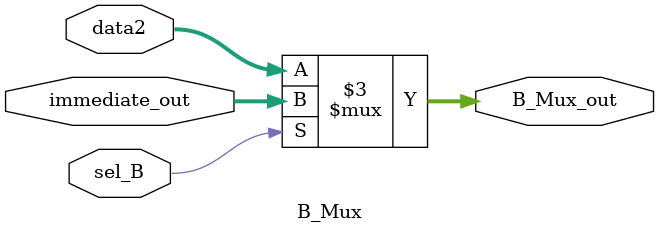
<source format=sv>
module B_Mux ( data2, immediate_out, sel_B, B_Mux_out);
input logic [31:0] data2;
input logic [31:0] immediate_out;
input logic sel_B;
output  logic [31:0] B_Mux_out;
always_comb
begin
        if ( sel_B ) begin
        B_Mux_out = immediate_out;
        end
        else begin
        B_Mux_out = data2;
        end
end
endmodule

</source>
